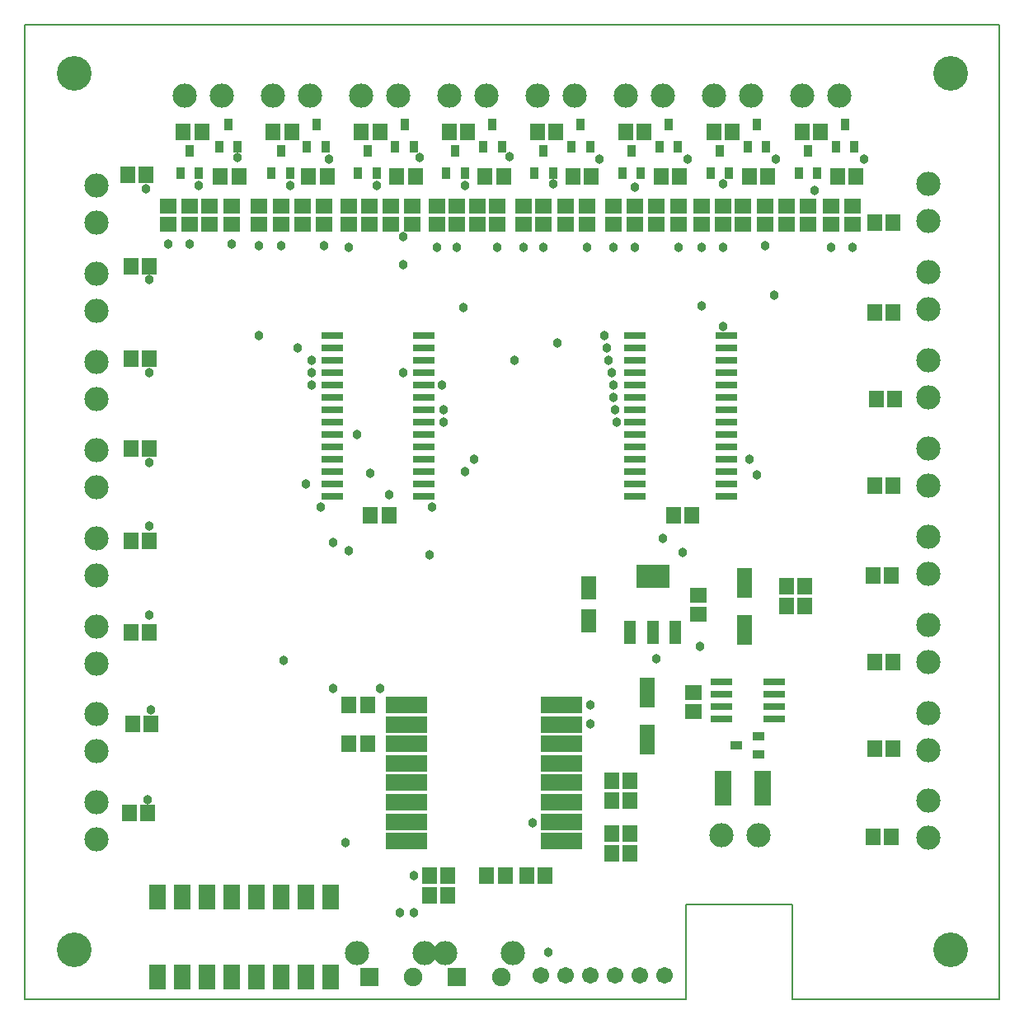
<source format=gts>
G04 DipTrace 3.0.0.0*
G04 TopMask.gbr*
%MOIN*%
G04 #@! TF.FileFunction,Soldermask,Top*
G04 #@! TF.Part,Single*
%ADD11C,0.006*%
%ADD46C,0.14*%
%ADD51C,0.038*%
%ADD53C,0.067055*%
%ADD55R,0.033591X0.049339*%
%ADD57R,0.049339X0.033591*%
%ADD59R,0.135953X0.092646*%
%ADD61R,0.045402X0.092646*%
%ADD63R,0.068X0.103*%
%ADD65R,0.08674X0.031622*%
%ADD67C,0.098*%
%ADD69C,0.074929*%
%ADD71R,0.074929X0.074929*%
%ADD73R,0.070992X0.141858*%
%ADD75R,0.16548X0.070992*%
%ADD77R,0.063118X0.096583*%
%ADD79R,0.067055X0.059181*%
%ADD81R,0.063118X0.120205*%
%ADD83R,0.059181X0.067055*%
%ADD85C,0.098*%
%FSLAX26Y26*%
G04*
G70*
G90*
G75*
G01*
G04 TopMask*
%LPD*%
D51*
X2052661Y712575D3*
X1296332Y631316D3*
X1433846Y1256382D3*
X1246327D3*
X1633867Y1793938D3*
X1815136Y2181479D3*
X2658975Y1806440D3*
X2927753Y2181479D3*
X1515105Y350037D3*
X1433846Y1256382D3*
X1046306Y1368894D3*
X2552714Y1375144D3*
X3390302Y3394106D3*
X858581Y3400357D3*
X1227575Y3394106D3*
X1596364Y3400357D3*
X1958902Y3406608D3*
X2321440Y3394106D3*
X2677727D3*
X3034014D3*
X858581Y3400357D3*
X1227575Y3394106D3*
X1777633Y2131474D3*
X1340087Y2281490D3*
X1396354Y2125018D3*
X3259038Y3037819D3*
X3027764Y2844049D3*
X665016Y3050320D3*
X1690123Y2331531D3*
X1033804Y3044070D3*
X1690123Y2381531D3*
X1527606Y2531516D3*
Y2969062D3*
X1746379Y3037819D3*
X1683873Y2481531D3*
X2096416Y3037819D3*
X2152672Y2650278D3*
X2465205Y3037819D3*
X1977654Y2581531D3*
X2821492Y3037819D3*
Y2719035D3*
X2577717Y1862696D3*
X2727732Y1423623D3*
X2959007Y2118972D3*
X1471157Y2037714D3*
X1646369Y1987709D3*
X702315Y3287844D3*
X1071104Y3288050D3*
X1421140D3*
X1777428Y3287845D3*
X833783Y3050320D3*
X702315Y3287844D3*
X1208823Y3044070D3*
X2133715Y3294301D3*
X2271434Y3037819D3*
X1527606Y3081573D3*
X2640223Y3037819D3*
X2465205Y3281594D3*
X2990260Y3044070D3*
X2821492Y3294096D3*
X3190281Y3269093D3*
X3346547Y3037819D3*
X2113583Y187520D3*
X1908896Y3037819D3*
X1246327Y1843944D3*
X1196322Y1987709D3*
X1308833Y1812690D3*
X1133815Y2081469D3*
D3*
X489793Y3275549D3*
X2340192Y2681531D3*
X502294Y2906760D3*
X2352693Y2631526D3*
X502294Y2531720D3*
X2358944Y2581521D3*
X502294Y2169182D3*
X2371445Y2531516D3*
X502294Y1912701D3*
X2377696Y2481510D3*
X502294Y1550163D3*
X2377696Y2431505D3*
X508545Y1168873D3*
X2383946Y2381500D3*
X496043Y806335D3*
X2390197Y2331495D3*
X1571361Y350037D3*
Y500052D3*
X2283915Y1112617D3*
X946295Y2681531D3*
X577507Y3050320D3*
X946295Y3044070D3*
X1102556Y2631531D3*
X1308833Y3037819D3*
X1158818Y2581521D3*
X1665121Y3037819D3*
X1158818Y2531516D3*
X2015157Y3037819D3*
X1158818Y2481510D3*
X2377696Y3037819D3*
X1771382Y2794043D3*
X2733983Y3037819D3*
Y2800294D3*
X2283936Y1187625D3*
D85*
X289976Y3137829D3*
Y3287829D3*
Y2781542D3*
Y2931542D3*
Y2425255D3*
Y2575255D3*
Y2068967D3*
Y2218967D3*
Y1712680D3*
Y1862680D3*
Y1356392D3*
Y1506392D3*
Y1000105D3*
Y1150105D3*
Y643818D3*
Y793818D3*
D83*
X1471157Y1956000D3*
X1396354D3*
X2621471Y1956455D3*
X2696274D3*
X1633867Y418794D3*
X1708671D3*
D81*
X2515210Y1237630D3*
Y1048496D3*
D79*
X2702730Y1162622D3*
Y1237425D3*
X2721482Y1556413D3*
Y1631217D3*
D77*
X2277685Y1662675D3*
Y1528816D3*
D81*
X2909001Y1681427D3*
Y1492293D3*
D83*
X3077769Y1668925D3*
X3152572D3*
D75*
X1540108Y637567D3*
Y716307D3*
Y795047D3*
Y873787D3*
Y952528D3*
Y1031268D3*
Y1110008D3*
Y1188748D3*
X2170029Y637567D3*
Y716307D3*
Y795047D3*
Y873787D3*
Y952528D3*
Y1031268D3*
Y1110008D3*
Y1188748D3*
D73*
X2821492Y850089D3*
X2982909D3*
D71*
X1746379Y87509D3*
D69*
X1923545D3*
D67*
X1697167Y185934D3*
X1972757D3*
D85*
X2965257Y662570D3*
X2815257D3*
X3652829Y800084D3*
Y650084D3*
Y1156371D3*
Y1006371D3*
Y1512659D3*
Y1362659D3*
Y1868946D3*
Y1718946D3*
Y2225234D3*
Y2075234D3*
Y2581521D3*
Y2431521D3*
Y2937808D3*
Y2787808D3*
Y3294096D3*
Y3144096D3*
D83*
X2371445Y668820D3*
X2446248D3*
D65*
X2815241Y1281385D3*
Y1231385D3*
Y1181385D3*
Y1131385D3*
X3027840D3*
Y1181385D3*
Y1231385D3*
Y1281385D3*
D83*
X3502814Y656319D3*
X3428010D3*
X3509064Y1012606D3*
X3434261D3*
X3509064Y1362643D3*
X3434261D3*
X3502814Y1712680D3*
X3428010D3*
X3509064Y2075218D3*
X3434261D3*
X3515315Y2425255D3*
X3440512D3*
X3509064Y2775291D3*
X3434261D3*
X3509064Y3137829D3*
X3434261D3*
X1383841Y1187625D3*
X1309038D3*
X1633867Y500052D3*
X1708671D3*
X1383841Y1031358D3*
X1309038D3*
X3077951Y1587923D3*
X3152755D3*
X2446453Y800084D3*
X2371650D3*
X2446453Y587562D3*
X2371650D3*
X414990Y3331600D3*
X489793D3*
X427491Y2962811D3*
X502294D3*
X427491Y2587772D3*
X502294D3*
X427491Y2225234D3*
X502294D3*
X427491Y1850194D3*
X502294D3*
X427491Y1481406D3*
X502294D3*
X433741Y1112617D3*
X508545D3*
X421240Y750079D3*
X496043D3*
X1940150Y500052D3*
X1865346D3*
X2102667D3*
X2027864D3*
D71*
X1390092Y87509D3*
D69*
X1567257D3*
D67*
X1340879Y185934D3*
X1616470D3*
D63*
X533752Y87509D3*
X633752D3*
X733752D3*
X833752D3*
X933752D3*
X1033752D3*
X1133752D3*
X1233752D3*
Y412509D3*
X1133752D3*
X1033752D3*
X933752D3*
X833752D3*
X733752D3*
X633752D3*
X533752D3*
D65*
X1240076Y2681531D3*
Y2631531D3*
Y2581531D3*
Y2531531D3*
Y2481531D3*
Y2431531D3*
Y2381531D3*
Y2331531D3*
Y2281531D3*
Y2231531D3*
Y2181531D3*
Y2131531D3*
Y2081531D3*
Y2031531D3*
X1610155D3*
Y2081531D3*
Y2131531D3*
Y2181531D3*
Y2231531D3*
Y2281531D3*
Y2331531D3*
Y2381531D3*
Y2431531D3*
Y2481531D3*
Y2531531D3*
Y2581531D3*
Y2631531D3*
Y2681531D3*
X2465205D3*
Y2631531D3*
Y2581531D3*
Y2531531D3*
Y2481531D3*
Y2431531D3*
Y2381531D3*
Y2331531D3*
Y2281531D3*
Y2231531D3*
Y2181531D3*
Y2131531D3*
Y2081531D3*
Y2031531D3*
X2835283D3*
Y2081531D3*
Y2131531D3*
Y2181531D3*
Y2231531D3*
Y2281531D3*
Y2331531D3*
Y2381531D3*
Y2431531D3*
Y2481531D3*
Y2531531D3*
Y2581531D3*
Y2631531D3*
Y2681531D3*
D61*
X2446453Y1481406D3*
X2537004D3*
X2627555D3*
D59*
X2537004Y1709752D3*
D57*
X2965257Y987604D3*
Y1062407D3*
X2874706Y1025005D3*
D83*
X2371445Y881343D3*
X2446248D3*
D55*
X627512Y3337850D3*
X702315D3*
X664913Y3428402D3*
X783778Y3444112D3*
X858581D3*
X821180Y3534663D3*
D83*
X790029Y3325349D3*
X864832D3*
D79*
X665016Y3131579D3*
Y3206382D3*
X577507Y3131579D3*
Y3206382D3*
D83*
X640013Y3506618D3*
X714816D3*
D85*
X646264Y3650383D3*
X796264D3*
D79*
X746274Y3131579D3*
Y3206382D3*
X833783Y3131579D3*
Y3206382D3*
D55*
X996301Y3337850D3*
X1071104D3*
X1033702Y3428402D3*
X1140066Y3444112D3*
X1214869D3*
X1177467Y3534663D3*
D83*
X1146316Y3325349D3*
X1221119D3*
D79*
X1033804Y3131579D3*
Y3206382D3*
X946295Y3131579D3*
Y3206382D3*
D83*
X1002549Y3506614D3*
X1077352D3*
D85*
X1002551Y3650383D3*
X1152551D3*
D79*
X1121314Y3131579D3*
Y3206382D3*
X1208823Y3131579D3*
Y3206382D3*
D55*
X1346337Y3337850D3*
X1421140D3*
X1383739Y3428402D3*
X1496353Y3444112D3*
X1571156D3*
X1533755Y3534663D3*
D83*
X1502604Y3325349D3*
X1577407D3*
D79*
X1390092Y3131579D3*
Y3206382D3*
X1308833Y3131579D3*
Y3206382D3*
D83*
X1358839Y3506618D3*
X1433642D3*
D85*
X1358839Y3650383D3*
X1508839D3*
D79*
X1477601Y3131579D3*
Y3206382D3*
X1565110Y3131579D3*
Y3206382D3*
D55*
X1702625Y3337850D3*
X1777428D3*
X1740026Y3428402D3*
X1852640Y3444112D3*
X1927444D3*
X1890042Y3534663D3*
D83*
X1858891Y3325349D3*
X1933694D3*
D79*
X1746379Y3131579D3*
Y3206382D3*
X1665121Y3131579D3*
Y3206382D3*
D83*
X1715126Y3506618D3*
X1789929D3*
D85*
X1715126Y3650383D3*
X1865126D3*
D79*
X1827638Y3131579D3*
Y3206382D3*
X1908896Y3131579D3*
Y3206382D3*
D55*
X2058912Y3337850D3*
X2133715D3*
X2096314Y3428402D3*
X2208928Y3444112D3*
X2283731D3*
X2246329Y3534663D3*
D83*
X2215178Y3325349D3*
X2289982D3*
D79*
X2096416Y3131579D3*
Y3206382D3*
X2015157Y3131579D3*
Y3206382D3*
D83*
X2071413Y3506618D3*
X2146217D3*
D85*
X2071413Y3650383D3*
X2221413D3*
D79*
X2183925Y3131579D3*
Y3206382D3*
X2271434Y3131579D3*
Y3206382D3*
D55*
X2415199Y3337850D3*
X2490003D3*
X2452601Y3428402D3*
X2565215Y3444112D3*
X2640018D3*
X2602617Y3534663D3*
D83*
X2571466Y3325349D3*
X2646269D3*
D79*
X2465205Y3131579D3*
Y3206382D3*
X2377696Y3131579D3*
Y3206382D3*
D83*
X2427701Y3506618D3*
X2502504D3*
D85*
X2427701Y3650383D3*
X2577701D3*
D79*
X2552714Y3131579D3*
Y3206382D3*
X2640223Y3131579D3*
Y3206382D3*
D55*
X2771487Y3337850D3*
X2846290D3*
X2808888Y3428402D3*
X2921503Y3444112D3*
X2996306D3*
X2958904Y3534663D3*
D83*
X2927753Y3325349D3*
X3002556D3*
D79*
X2821492Y3131579D3*
Y3206382D3*
X2733983Y3131579D3*
Y3206382D3*
D83*
X2783988Y3506618D3*
X2858791D3*
D85*
X2783988Y3650383D3*
X2933988D3*
D79*
X2902751Y3131579D3*
Y3206382D3*
X2990260Y3131579D3*
Y3206382D3*
D55*
X3127774Y3337850D3*
X3202577D3*
X3165176Y3428402D3*
X3277790Y3444112D3*
X3352593D3*
X3315192Y3534663D3*
D83*
X3284041Y3325349D3*
X3358844D3*
D79*
X3165278Y3131579D3*
Y3206382D3*
X3077769Y3131579D3*
Y3206382D3*
D83*
X3140276Y3506618D3*
X3215079D3*
D85*
X3140276Y3650383D3*
X3290276D3*
D79*
X3259038Y3131579D3*
Y3206382D3*
X3346547Y3131579D3*
Y3206382D3*
D46*
X3740157Y196850D3*
X196850D3*
Y3740157D3*
X3740157D3*
D53*
X2083915Y93760D3*
X2183915D3*
X2283915D3*
X2383915D3*
X2483915D3*
X2583915D3*
G04 BoardOutline*
X0Y3937008D2*
D11*
Y0D1*
X2671476D1*
Y381290D1*
X3102772D1*
Y0D1*
X3937008D1*
Y3937008D1*
X0D1*
M02*

</source>
